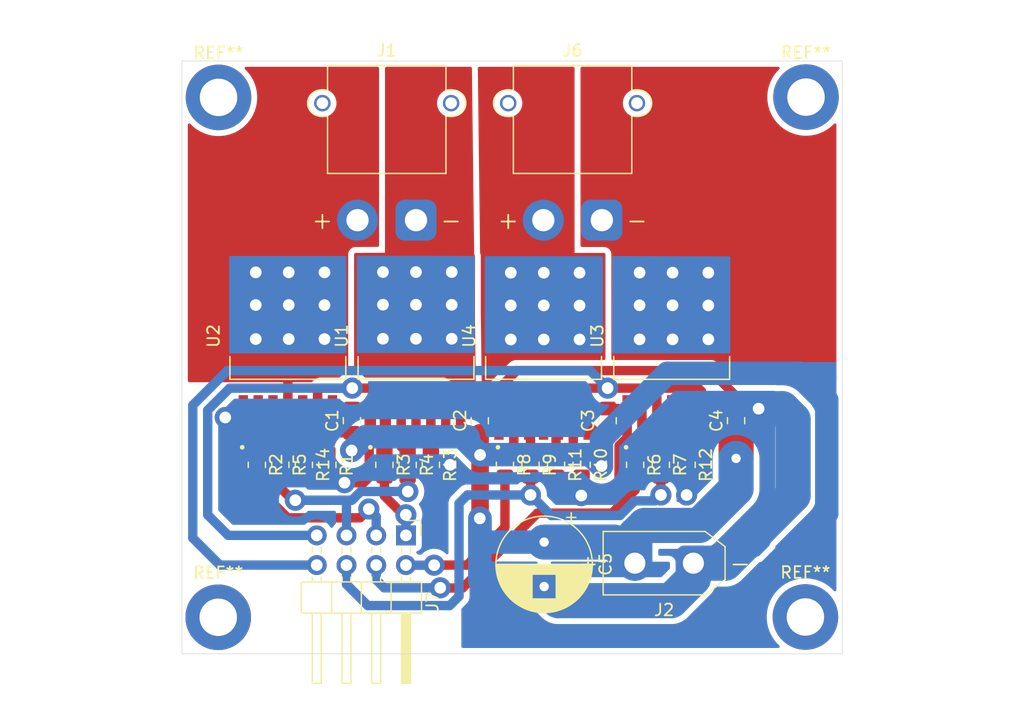
<source format=kicad_pcb>
(kicad_pcb (version 20241229) (generator "pcbnew") (generator_version "9.0")
  (layers (0 "F.Cu" signal) (2 "B.Cu" signal) (13 "F.Paste" user) (15 "B.Paste" user) (5 "F.SilkS" user "F.Silkscreen") (7 "B.SilkS" user "B.Silkscreen") (1 "F.Mask" user) (3 "B.Mask" user) (25 "Edge.Cuts" user))
  (net 0 "")
  (net 1 "+24V")
  (net 2 "GND")
  (net 3 "Net-(J1-Pin_2)")
  (net 4 "Net-(J1-Pin_1)")
  (net 5 "Net-(J6-Pin_2)")
  (net 6 "Net-(J6-Pin_1)")
  (net 7 "ENABLE_1")
  (net 8 "PWM_C")
  (net 9 "IS_2")
  (net 10 "PWM_D")
  (net 11 "PWM_B")
  (net 12 "IS_1")
  (net 13 "ENABLE_2")
  (net 14 "PWM_A")
  (net 15 "Net-(U2-IN)")
  (net 16 "Net-(U1-IN)")
  (net 17 "Net-(U1-INH)")
  (net 18 "Net-(U2-INH)")
  (net 19 "Net-(U3-IN)")
  (net 20 "Net-(U3-INH)")
  (net 21 "Net-(U4-IN)")
  (net 22 "Net-(U4-INH)")
  (net 23 "Net-(U4-SR)")
  (net 24 "Net-(U3-SR)")
  (net 25 "Net-(U1-SR)")
  (net 26 "Net-(U2-SR)")
  (footprint "MountingHole:MountingHole_3.2mm_M3_DIN965_Pad_TopBottom" (layer "F.Cu") (at 161.925 29.325)
    (property "Reference" "REF**" (at 0 -3.8 0) (layer "F.SilkS"))
    (property "Value" "MountingHole_3.2mm_M3_DIN965_Pad_TopBottom")
    (pad "1" thru_hole circle (at 0 0) (size 3.6 3.6) (drill 3.2) (layers "*.Cu" "*.Mask"))
    (pad "1" connect circle (at 0 0) (size 5.6 5.6) (layers "F.Cu" "F.Mask"))
    (pad "1" connect circle (at 0 0) (size 5.6 5.6) (layers "B.Cu" "B.Mask"))
  )
  (footprint "Connector_AMASS:AMASS_XT30UPB-F_1x02_P5.0mm_Vertical" (layer "F.Cu") (at 152.3 69.152651 180)
    (property "Reference" "J2" (at 2.5 -4 0) (layer "F.SilkS"))
    (property "Value" "Alimentacion")
    (fp_text user "-" (at -4 0 0) (layer "F.SilkS") (effects (font (size 1.5 1.5))))
    (fp_text user "+" (at 9 0 0) (layer "F.SilkS") (effects (font (size 1.5 1.5))))
    (pad "1" thru_hole roundrect (at 0 0 180) (size 3 3) (drill 1.8) (layers "*.Cu" "*.Mask") (net 2 "GND"))
    (pad "2" thru_hole circle (at 5 0 180) (size 3 3) (drill 1.8) (layers "*.Cu" "*.Mask") (net 1 "+24V"))
  )
  (footprint "Resistor_SMD:R_0805_2012Metric_Pad1.20x1.40mm_HandSolder" (layer "F.Cu") (at 147.325 60.75 -90)
    (property "Reference" "R6" (at 0 -1.65 90) (layer "F.SilkS"))
    (property "Value" "R_US")
    (pad "1" smd roundrect (at -1 0 270) (size 1.2 1.4) (layers "F.Cu" "F.Mask" "F.Paste") (roundrect_rratio 0.208333) (net 19 "Net-(U3-IN)"))
    (pad "2" smd roundrect (at 1 0 270) (size 1.2 1.4) (layers "F.Cu" "F.Mask" "F.Paste") (roundrect_rratio 0.208333) (net 8 "PWM_C"))
  )
  (footprint "Resistor_SMD:R_0805_2012Metric_Pad1.20x1.40mm_HandSolder" (layer "F.Cu") (at 151.72 60.75 -90)
    (property "Reference" "R12" (at 0 -1.65 90) (layer "F.SilkS"))
    (property "Value" "R_US")
    (pad "1" smd roundrect (at -1 0 270) (size 1.2 1.4) (layers "F.Cu" "F.Mask" "F.Paste") (roundrect_rratio 0.208333) (net 24 "Net-(U3-SR)"))
    (pad "2" smd roundrect (at 1 0 270) (size 1.2 1.4) (layers "F.Cu" "F.Mask" "F.Paste") (roundrect_rratio 0.208333) (net 2 "GND"))
  )
  (footprint "Resistor_SMD:R_0805_2012Metric_Pad1.20x1.40mm_HandSolder" (layer "F.Cu") (at 142.75 60.75 -90)
    (property "Reference" "R10" (at 0 -1.65 90) (layer "F.SilkS"))
    (property "Value" "R_US")
    (pad "1" smd roundrect (at -1 0 270) (size 1.2 1.4) (layers "F.Cu" "F.Mask" "F.Paste") (roundrect_rratio 0.208333) (net 9 "IS_2"))
    (pad "2" smd roundrect (at 1 0 270) (size 1.2 1.4) (layers "F.Cu" "F.Mask" "F.Paste") (roundrect_rratio 0.208333) (net 2 "GND"))
  )
  (footprint "MountingHole:MountingHole_3.2mm_M3_DIN965_Pad_TopBottom" (layer "F.Cu") (at 111.725 29.35)
    (property "Reference" "REF**" (at 0 -3.8 0) (layer "F.SilkS"))
    (property "Value" "MountingHole_3.2mm_M3_DIN965_Pad_TopBottom")
    (pad "1" thru_hole circle (at 0 0) (size 3.6 3.6) (drill 3.2) (layers "*.Cu" "*.Mask"))
    (pad "1" connect circle (at 0 0) (size 5.6 5.6) (layers "F.Cu" "F.Mask"))
    (pad "1" connect circle (at 0 0) (size 5.6 5.6) (layers "B.Cu" "B.Mask"))
  )
  (footprint "Capacitor_THT:CP_Radial_D8.0mm_P3.80mm" (layer "F.Cu") (at 139.55 67.35 -90)
    (property "Reference" "C5" (at 1.9 -5.25 90) (layer "F.SilkS"))
    (property "Value" "330uF")
    (pad "1" thru_hole rect (at 0 0 270) (size 1.6 1.6) (drill 0.8) (layers "*.Cu" "*.Mask") (net 1 "+24V"))
    (pad "2" thru_hole circle (at 3.8 0 270) (size 1.6 1.6) (drill 0.8) (layers "*.Cu" "*.Mask") (net 2 "GND"))
  )
  (footprint "Capacitor_SMD:C_0805_2012Metric_Pad1.18x1.45mm_HandSolder" (layer "F.Cu") (at 123.125 56.975 90)
    (property "Reference" "C1" (at 0 -1.68 90) (layer "F.SilkS"))
    (property "Value" "470nF")
    (pad "1" smd roundrect (at -1.0375 0 90) (size 1.175 1.45) (layers "F.Cu" "F.Mask" "F.Paste") (roundrect_rratio 0.212766) (net 1 "+24V"))
    (pad "2" smd roundrect (at 1.0375 0 90) (size 1.175 1.45) (layers "F.Cu" "F.Mask" "F.Paste") (roundrect_rratio 0.212766) (net 2 "GND"))
  )
  (footprint "Resistor_SMD:R_0805_2012Metric_Pad1.20x1.40mm_HandSolder" (layer "F.Cu") (at 138.383333 60.75 -90)
    (property "Reference" "R9" (at 0 -1.65 90) (layer "F.SilkS"))
    (property "Value" "R_US")
    (pad "1" smd roundrect (at -1 0 270) (size 1.2 1.4) (layers "F.Cu" "F.Mask" "F.Paste") (roundrect_rratio 0.208333) (net 22 "Net-(U4-INH)"))
    (pad "2" smd roundrect (at 1 0 270) (size 1.2 1.4) (layers "F.Cu" "F.Mask" "F.Paste") (roundrect_rratio 0.208333) (net 13 "ENABLE_2"))
  )
  (footprint "Capacitor_SMD:C_0805_2012Metric_Pad1.18x1.45mm_HandSolder" (layer "F.Cu") (at 144.975 56.975 90)
    (property "Reference" "C3" (at 0 -1.68 90) (layer "F.SilkS"))
    (property "Value" "470nF")
    (pad "1" smd roundrect (at -1.0375 0 90) (size 1.175 1.45) (layers "F.Cu" "F.Mask" "F.Paste") (roundrect_rratio 0.212766) (net 1 "+24V"))
    (pad "2" smd roundrect (at 1.0375 0 90) (size 1.175 1.45) (layers "F.Cu" "F.Mask" "F.Paste") (roundrect_rratio 0.212766) (net 2 "GND"))
  )
  (footprint "Resistor_SMD:R_0805_2012Metric_Pad1.20x1.40mm_HandSolder" (layer "F.Cu") (at 149.5225 60.75 -90)
    (property "Reference" "R7" (at 0 -1.65 90) (layer "F.SilkS"))
    (property "Value" "R_US")
    (pad "1" smd roundrect (at -1 0 270) (size 1.2 1.4) (layers "F.Cu" "F.Mask" "F.Paste") (roundrect_rratio 0.208333) (net 20 "Net-(U3-INH)"))
    (pad "2" smd roundrect (at 1 0 270) (size 1.2 1.4) (layers "F.Cu" "F.Mask" "F.Paste") (roundrect_rratio 0.208333) (net 13 "ENABLE_2"))
  )
  (footprint "Capacitor_SMD:C_0805_2012Metric_Pad1.18x1.45mm_HandSolder" (layer "F.Cu") (at 134.05 56.975 90)
    (property "Reference" "C2" (at 0 -1.68 90) (layer "F.SilkS"))
    (property "Value" "470nF")
    (pad "1" smd roundrect (at -1.0375 0 90) (size 1.175 1.45) (layers "F.Cu" "F.Mask" "F.Paste") (roundrect_rratio 0.212766) (net 1 "+24V"))
    (pad "2" smd roundrect (at 1.0375 0 90) (size 1.175 1.45) (layers "F.Cu" "F.Mask" "F.Paste") (roundrect_rratio 0.212766) (net 2 "GND"))
  )
  (footprint "Connector_PinHeader_2.54mm:PinHeader_2x04_P2.54mm_Horizontal" (layer "F.Cu") (at 127.74 66.775 -90)
    (property "Reference" "J7" (at 5.655 -2.27 90) (layer "F.SilkS"))
    (property "Value" "Conn_02x04_Odd_Even")
    (pad "1" thru_hole rect (at 0 0 270) (size 1.7 1.7) (drill 1) (layers "*.Cu" "*.Mask") (net 14 "PWM_A"))
    (pad "2" thru_hole oval (at 2.54 0 270) (size 1.7 1.7) (drill 1) (layers "*.Cu" "*.Mask") (net 10 "PWM_D"))
    (pad "3" thru_hole oval (at 0 2.54 270) (size 1.7 1.7) (drill 1) (layers "*.Cu" "*.Mask") (net 11 "PWM_B"))
    (pad "4" thru_hole oval (at 2.54 2.54 270) (size 1.7 1.7) (drill 1) (layers "*.Cu" "*.Mask") (net 8 "PWM_C"))
    (pad "5" thru_hole oval (at 0 5.08 270) (size 1.7 1.7) (drill 1) (layers "*.Cu" "*.Mask") (net 7 "ENABLE_1"))
    (pad "6" thru_hole oval (at 2.54 5.08 270) (size 1.7 1.7) (drill 1) (layers "*.Cu" "*.Mask") (net 13 "ENABLE_2"))
    (pad "7" thru_hole oval (at 0 7.62 270) (size 1.7 1.7) (drill 1) (layers "*.Cu" "*.Mask") (net 12 "IS_1"))
    (pad "8" thru_hole oval (at 2.54 7.62 270) (size 1.7 1.7) (drill 1) (layers "*.Cu" "*.Mask") (net 9 "IS_2"))
  )
  (footprint "Resistor_SMD:R_0805_2012Metric_Pad1.20x1.40mm_HandSolder" (layer "F.Cu") (at 140.566667 60.75 -90)
    (property "Reference" "R11" (at 0 -1.65 90) (layer "F.SilkS"))
    (property "Value" "R_US")
    (pad "1" smd roundrect (at -1 0 270) (size 1.2 1.4) (layers "F.Cu" "F.Mask" "F.Paste") (roundrect_rratio 0.208333) (net 23 "Net-(U4-SR)"))
    (pad "2" smd roundrect (at 1 0 270) (size 1.2 1.4) (layers "F.Cu" "F.Mask" "F.Paste") (roundrect_rratio 0.208333) (net 2 "GND"))
  )
  (footprint "Electronianos_Lib:BTS7960B_DPAK127P1490X440-8N" (layer "F.Cu") (at 128.6 50.75 90)
    (property "Reference" "U1" (at 1.016 -6.35 90) (layer "F.SilkS"))
    (property "Value" "BTS7960B")
    (pad "1" smd rect (at -5.95 -3.81 90) (size 3.81 0.8) (layers "F.Cu" "F.Mask" "F.Paste") (net 2 "GND"))
    (pad "2" smd rect (at -5.95 -2.54 90) (size 3.81 0.8) (layers "F.Cu" "F.Mask" "F.Paste") (net 16 "Net-(U1-IN)"))
    (pad "3" smd rect (at -5.95 -1.27 90) (size 3.81 0.8) (layers "F.Cu" "F.Mask" "F.Paste") (net 17 "Net-(U1-INH)"))
    (pad "4" smd rect (at -5.95 0 90) (size 3.81 0.8) (layers "F.Cu" "F.Mask" "F.Paste") (net 4 "Net-(J1-Pin_1)"))
    (pad "5" smd rect (at -5.95 1.27 90) (size 3.81 0.8) (layers "F.Cu" "F.Mask" "F.Paste") (net 25 "Net-(U1-SR)"))
    (pad "6" smd rect (at -5.95 2.54 90) (size 3.81 0.8) (layers "F.Cu" "F.Mask" "F.Paste") (net 12 "IS_1"))
    (pad "7" smd rect (at -5.95 3.81 90) (size 3.81 0.8) (layers "F.Cu" "F.Mask" "F.Paste") (net 1 "+24V"))
    (pad "8" smd rect (at 3.71 0 90) (size 8.29 10.07) (layers "F.Cu" "F.Mask") (net 4 "Net-(J1-Pin_1)"))
  )
  (footprint "Connector_AMASS:AMASS_XT30PW-M_1x02_P2.50mm_Horizontal" (layer "F.Cu") (at 144.480031 39.839745)
    (property "Reference" "J6" (at -2.5 -14.5 0) (layer "F.SilkS"))
    (property "Value" "Motor_2")
    (fp_text user "+" (at -8 0 0) (layer "F.SilkS") (effects (font (size 1.5 1.5))))
    (fp_text user "-" (at 3 0 0) (layer "F.SilkS") (effects (font (size 1.5 1.5))))
    (pad "" thru_hole circle (at -8 -10) (size 1.4 1.4) (drill 1) (layers "*.Cu" "*.Mask"))
    (pad "" thru_hole circle (at 3 -10) (size 1.4 1.4) (drill 1) (layers "*.Cu" "*.Mask"))
    (pad "1" thru_hole roundrect (at 0 0) (size 3.5 3.5) (drill 1.9) (layers "*.Cu" "*.Mask") (roundrect_rratio 0.22) (net 6 "Net-(J6-Pin_1)"))
    (pad "2" thru_hole circle (at -5 0) (size 3.5 3.5) (drill 1.9) (layers "*.Cu" "*.Mask") (net 5 "Net-(J6-Pin_2)"))
  )
  (footprint "Resistor_SMD:R_0805_2012Metric_Pad1.20x1.40mm_HandSolder" (layer "F.Cu") (at 127.885 60.75 -90)
    (property "Reference" "R4" (at 0 -1.65 90) (layer "F.SilkS"))
    (property "Value" "R_US")
    (pad "1" smd roundrect (at -1 0 270) (size 1.2 1.4) (layers "F.Cu" "F.Mask" "F.Paste") (roundrect_rratio 0.208333) (net 17 "Net-(U1-INH)"))
    (pad "2" smd roundrect (at 1 0 270) (size 1.2 1.4) (layers "F.Cu" "F.Mask" "F.Paste") (roundrect_rratio 0.208333) (net 7 "ENABLE_1"))
  )
  (footprint "Electronianos_Lib:BTS7960B_DPAK127P1490X440-8N" (layer "F.Cu") (at 117.65 50.75 90)
    (property "Reference" "U2" (at 1.016 -6.35 90) (layer "F.SilkS"))
    (property "Value" "BTS7960B")
    (pad "1" smd rect (at -5.95 -3.81 90) (size 3.81 0.8) (layers "F.Cu" "F.Mask" "F.Paste") (net 2 "GND"))
    (pad "2" smd rect (at -5.95 -2.54 90) (size 3.81 0.8) (layers "F.Cu" "F.Mask" "F.Paste") (net 15 "Net-(U2-IN)"))
    (pad "3" smd rect (at -5.95 -1.27 90) (size 3.81 0.8) (layers "F.Cu" "F.Mask" "F.Paste") (net 18 "Net-(U2-INH)"))
    (pad "4" smd rect (at -5.95 0 90) (size 3.81 0.8) (layers "F.Cu" "F.Mask" "F.Paste") (net 3 "Net-(J1-Pin_2)"))
    (pad "5" smd rect (at -5.95 1.27 90) (size 3.81 0.8) (layers "F.Cu" "F.Mask" "F.Paste") (net 26 "Net-(U2-SR)"))
    (pad "6" smd rect (at -5.95 2.54 90) (size 3.81 0.8) (layers "F.Cu" "F.Mask" "F.Paste") (net 12 "IS_1"))
    (pad "7" smd rect (at -5.95 3.81 90) (size 3.81 0.8) (layers "F.Cu" "F.Mask" "F.Paste") (net 1 "+24V"))
    (pad "8" smd rect (at 3.71 0 90) (size 8.29 10.07) (layers "F.Cu" "F.Mask") (net 3 "Net-(J1-Pin_2)"))
  )
  (footprint "Electronianos_Lib:BTS7960B_DPAK127P1490X440-8N" (layer "F.Cu") (at 139.5 50.75 90)
    (property "Reference" "U4" (at 1.016 -6.35 90) (layer "F.SilkS"))
    (property "Value" "BTS7960B")
    (pad "1" smd rect (at -5.95 -3.81 90) (size 3.81 0.8) (layers "F.Cu" "F.Mask" "F.Paste") (net 2 "GND"))
    (pad "2" smd rect (at -5.95 -2.54 90) (size 3.81 0.8) (layers "F.Cu" "F.Mask" "F.Paste") (net 21 "Net-(U4-IN)"))
    (pad "3" smd rect (at -5.95 -1.27 90) (size 3.81 0.8) (layers "F.Cu" "F.Mask" "F.Paste") (net 22 "Net-(U4-INH)"))
    (pad "4" smd rect (at -5.95 0 90) (size 3.81 0.8) (layers "F.Cu" "F.Mask" "F.Paste") (net 5 "Net-(J6-Pin_2)"))
    (pad "5" smd rect (at -5.95 1.27 90) (size 3.81 0.8) (layers "F.Cu" "F.Mask" "F.Paste") (net 23 "Net-(U4-SR)"))
    (pad "6" smd rect (at -5.95 2.54 90) (size 3.81 0.8) (layers "F.Cu" "F.Mask" "F.Paste") (net 9 "IS_2"))
    (pad "7" smd rect (at -5.95 3.81 90) (size 3.81 0.8) (layers "F.Cu" "F.Mask" "F.Paste") (net 1 "+24V"))
    (pad "8" smd rect (at 3.71 0 90) (size 8.29 10.07) (layers "F.Cu" "F.Mask") (net 5 "Net-(J6-Pin_2)"))
  )
  (footprint "Connector_AMASS:AMASS_XT30PW-M_1x02_P2.50mm_Horizontal" (layer "F.Cu") (at 128.6 39.839745)
    (property "Reference" "J1" (at -2.5 -14.5 0) (layer "F.SilkS"))
    (property "Value" "Motor_1")
    (fp_text user "+" (at -8 0 0) (layer "F.SilkS") (effects (font (size 1.5 1.5))))
    (fp_text user "-" (at 3 0 0) (layer "F.SilkS") (effects (font (size 1.5 1.5))))
    (pad "" thru_hole circle (at -8 -10) (size 1.4 1.4) (drill 1) (layers "*.Cu" "*.Mask"))
    (pad "" thru_hole circle (at 3 -10) (size 1.4 1.4) (drill 1) (layers "*.Cu" "*.Mask"))
    (pad "1" thru_hole roundrect (at 0 0) (size 3.5 3.5) (drill 1.9) (layers "*.Cu" "*.Mask") (roundrect_rratio 0.22) (net 4 "Net-(J1-Pin_1)"))
    (pad "2" thru_hole circle (at -5 0) (size 3.5 3.5) (drill 1.9) (layers "*.Cu" "*.Mask") (net 3 "Net-(J1-Pin_2)"))
  )
  (footprint "Electronianos_Lib:BTS7960B_DPAK127P1490X440-8N" (layer "F.Cu") (at 150.45 50.75 90)
    (property "Reference" "U3" (at 1.016 -6.35 90) (layer "F.SilkS"))
    (property "Value" "BTS7960B")
    (pad "1" smd rect (at -5.95 -3.81 90) (size 3.81 0.8) (layers "F.Cu" "F.Mask" "F.Paste") (net 2 "GND"))
    (pad "2" smd rect (at -5.95 -2.54 90) (size 3.81 0.8) (layers "F.Cu" "F.Mask" "F.Paste") (net 19 "Net-(U3-IN)"))
    (pad "3" smd rect (at -5.95 -1.27 90) (size 3.81 0.8) (layers "F.Cu" "F.Mask" "F.Paste") (net 20 "Net-(U3-INH)"))
    (pad "4" smd rect (at -5.95 0 90) (size 3.81 0.8) (layers "F.Cu" "F.Mask" "F.Paste") (net 6 "Net-(J6-Pin_1)"))
    (pad "5" smd rect (at -5.95 1.27 90) (size 3.81 0.8) (layers "F.Cu" "F.Mask" "F.Paste") (net 24 "Net-(U3-SR)"))
    (pad "6" smd rect (at -5.95 2.54 90) (size 3.81 0.8) (layers "F.Cu" "F.Mask" "F.Paste") (net 9 "IS_2"))
    (pad "7" smd rect (at -5.95 3.81 90) (size 3.81 0.8) (layers "F.Cu" "F.Mask" "F.Paste") (net 1 "+24V"))
    (pad "8" smd rect (at 3.71 0 90) (size 8.29 10.07) (layers "F.Cu" "F.Mask") (net 6 "Net-(J6-Pin_1)"))
  )
  (footprint "Capacitor_SMD:C_0805_2012Metric_Pad1.18x1.45mm_HandSolder" (layer "F.Cu") (at 155.95 56.975 90)
    (property "Reference" "C4" (at 0 -1.68 90) (layer "F.SilkS"))
    (property "Value" "470nF")
    (pad "1" smd roundrect (at -1.0375 0 90) (size 1.175 1.45) (layers "F.Cu" "F.Mask" "F.Paste") (roundrect_rratio 0.212766) (net 1 "+24V"))
    (pad "2" smd roundrect (at 1.0375 0 90) (size 1.175 1.45) (layers "F.Cu" "F.Mask" "F.Paste") (roundrect_rratio 0.212766) (net 2 "GND"))
  )
  (footprint "Resistor_SMD:R_0805_2012Metric_Pad1.20x1.40mm_HandSolder" (layer "F.Cu") (at 121.025 60.75 -90)
    (property "Reference" "R1" (at 0 -1.65 90) (layer "F.SilkS"))
    (property "Value" "R_US")
    (pad "1" smd roundrect (at -1 0 270) (size 1.2 1.4) (layers "F.Cu" "F.Mask" "F.Paste") (roundrect_rratio 0.208333) (net 12 "IS_1"))
    (pad "2" smd roundrect (at 1 0 270) (size 1.2 1.4) (layers "F.Cu" "F.Mask" "F.Paste") (roundrect_rratio 0.208333) (net 2 "GND"))
  )
  (footprint "Resistor_SMD:R_0805_2012Metric_Pad1.20x1.40mm_HandSolder" (layer "F.Cu") (at 115 60.75 -90)
    (property "Reference" "R2" (at 0 -1.65 90) (layer "F.SilkS"))
    (property "Value" "R_US")
    (pad "1" smd roundrect (at -1 0 270) (size 1.2 1.4) (layers "F.Cu" "F.Mask" "F.Paste") (roundrect_rratio 0.208333) (net 15 "Net-(U2-IN)"))
    (pad "2" smd roundrect (at 1 0 270) (size 1.2 1.4) (layers "F.Cu" "F.Mask" "F.Paste") (roundrect_rratio 0.208333) (net 11 "PWM_B"))
  )
  (footprint "MountingHole:MountingHole_3.2mm_M3_DIN965_Pad_TopBottom" (layer "F.Cu") (at 111.7 73.775)
    (property "Reference" "REF**" (at 0 -3.8 0) (layer "F.SilkS"))
    (property "Value" "MountingHole_3.2mm_M3_DIN965_Pad_TopBottom")
    (pad "1" thru_hole circle (at 0 0) (size 3.6 3.6) (drill 3.2) (layers "*.Cu" "*.Mask"))
    (pad "1" connect circle (at 0 0) (size 5.6 5.6) (layers "F.Cu" "F.Mask"))
    (pad "1" connect circle (at 0 0) (size 5.6 5.6) (layers "B.Cu" "B.Mask"))
  )
  (footprint "Resistor_SMD:R_0805_2012Metric_Pad1.20x1.40mm_HandSolder" (layer "F.Cu") (at 125.9 60.75 -90)
    (property "Reference" "R3" (at 0 -1.65 90) (layer "F.SilkS"))
    (property "Value" "R_US")
    (pad "1" smd roundrect (at -1 0 270) (size 1.2 1.4) (layers "F.Cu" "F.Mask" "F.Paste") (roundrect_rratio 0.208333) (net 16 "Net-(U1-IN)"))
    (pad "2" smd roundrect (at 1 0 270) (size 1.2 1.4) (layers "F.Cu" "F.Mask" "F.Paste") (roundrect_rratio 0.208333) (net 14 "PWM_A"))
  )
  (footprint "Resistor_SMD:R_0805_2012Metric_Pad1.20x1.40mm_HandSolder" (layer "F.Cu") (at 119.016667 60.75 -90)
    (property "Reference" "R14" (at 0 -1.65 90) (layer "F.SilkS"))
    (property "Value" "R_US")
    (pad "1" smd roundrect (at -1 0 270) (size 1.2 1.4) (layers "F.Cu" "F.Mask" "F.Paste") (roundrect_rratio 0.208333) (net 26 "Net-(U2-SR)"))
    (pad "2" smd roundrect (at 1 0 270) (size 1.2 1.4) (layers "F.Cu" "F.Mask" "F.Paste") (roundrect_rratio 0.208333) (net 2 "GND"))
  )
  (footprint "Resistor_SMD:R_0805_2012Metric_Pad1.20x1.40mm_HandSolder" (layer "F.Cu") (at 129.87 60.75 -90)
    (property "Reference" "R13" (at 0 -1.65 90) (layer "F.SilkS"))
    (property "Value" "R_US")
    (pad "1" smd roundrect (at -1 0 270) (size 1.2 1.4) (layers "F.Cu" "F.Mask" "F.Paste") (roundrect_rratio 0.208333) (net 25 "Net-(U1-SR)"))
    (pad "2" smd roundrect (at 1 0 270) (size 1.2 1.4) (layers "F.Cu" "F.Mask" "F.Paste") (roundrect_rratio 0.208333) (net 2 "GND"))
  )
  (footprint "Resistor_SMD:R_0805_2012Metric_Pad1.20x1.40mm_HandSolder" (layer "F.Cu") (at 136.2 60.75 -90)
    (property "Reference" "R8" (at 0 -1.65 90) (layer "F.SilkS"))
    (property "Value" "R_US")
    (pad "1" smd roundrect (at -1 0 270) (size 1.2 1.4) (layers "F.Cu" "F.Mask" "F.Paste") (roundrect_rratio 0.208333) (net 21 "Net-(U4-IN)"))
    (pad "2" smd roundrect (at 1 0 270) (size 1.2 1.4) (layers "F.Cu" "F.Mask" "F.Paste") (roundrect_rratio 0.208333) (net 10 "PWM_D"))
  )
  (footprint "Resistor_SMD:R_0805_2012Metric_Pad1.20x1.40mm_HandSolder" (layer "F.Cu") (at 117.008333 60.75 -90)
    (property "Reference" "R5" (at 0 -1.65 90) (layer "F.SilkS"))
    (property "Value" "R_US")
    (pad "1" smd roundrect (at -1 0 270) (size 1.2 1.4) (layers "F.Cu" "F.Mask" "F.Paste") (roundrect_rratio 0.208333) (net 18 "Net-(U2-INH)"))
    (pad "2" smd roundrect (at 1 0 270) (size 1.2 1.4) (layers "F.Cu" "F.Mask" "F.Paste") (roundrect_rratio 0.208333) (net 7 "ENABLE_1"))
  )
  (footprint "MountingHole:MountingHole_3.2mm_M3_DIN965_Pad_TopBottom" (layer "F.Cu") (at 161.875 73.75)
    (property "Reference" "REF**" (at 0 -3.8 0) (layer "F.SilkS"))
    (property "Value" "MountingHole_3.2mm_M3_DIN965_Pad_TopBottom")
    (pad "1" thru_hole circle (at 0 0) (size 3.6 3.6) (drill 3.2) (layers "*.Cu" "*.Mask"))
    (pad "1" connect circle (at 0 0) (size 5.6 5.6) (layers "F.Cu" "F.Mask"))
    (pad "1" connect circle (at 0 0) (size 5.6 5.6) (layers "B.Cu" "B.Mask"))
  )
  (gr_rect (start 108.6 26.235254) (end 165.025 76.9) (stroke (width 0.05)) (fill no) (layer "Edge.Cuts"))
  (segment (start 123.125 59.499) (end 123.125 58.0125) (width 0.8) (layer "F.Cu") (net 1))
  (segment (start 123.099 59.525) (end 123.125 59.499) (width 0.8) (layer "F.Cu") (net 1))
  (segment (start 133.1125 58.0125) (end 132.41 57.31) (width 0.8) (layer "F.Cu") (net 1))
  (segment (start 134.075 58.0375) (end 134.05 58.0125) (width 1.5) (layer "F.Cu") (net 1))
  (segment (start 154.26 57.41) (end 154.26 56.7) (width 0.8) (layer "F.Cu") (net 1))
  (segment (start 143.9875 58.0125) (end 143.31 57.335) (width 0.8) (layer "F.Cu") (net 1))
  (segment (start 132.41 57.31) (end 132.41 56.7) (width 0.8) (layer "F.Cu") (net 1))
  (segment (start 154.8625 58.0125) (end 154.26 57.41) (width 0.8) (layer "F.Cu") (net 1))
  (segment (start 134.075 59.9) (end 134.075 58.0375) (width 1.5) (layer "F.Cu") (net 1))
  (segment (start 134.05 58.0125) (end 133.1125 58.0125) (width 0.8) (layer "F.Cu") (net 1))
  (segment (start 122.1625 58.0125) (end 121.46 57.31) (width 0.8) (layer "F.Cu") (net 1))
  (segment (start 134.075 65.325) (end 134.075 59.9) (width 1.5) (layer "F.Cu") (net 1))
  (segment (start 123.125 58.0125) (end 122.1625 58.0125) (width 0.8) (layer "F.Cu") (net 1))
  (segment (start 144.975 58.0125) (end 144.45 58.5375) (width 0.8) (layer "F.Cu") (net 1))
  (segment (start 121.46 57.31) (end 121.46 56.7) (width 0.8) (layer "F.Cu") (net 1))
  (segment (start 143.31 57.335) (end 143.31 56.7) (width 0.8) (layer "F.Cu") (net 1))
  (segment (start 144.975 58.0125) (end 143.9875 58.0125) (width 0.8) (layer "F.Cu") (net 1))
  (segment (start 144.45 58.5375) (end 144.45 60.85) (width 0.8) (layer "F.Cu") (net 1))
  (segment (start 155.95 60.2) (end 155.95 58.226) (width 3) (layer "F.Cu") (net 1))
  (segment (start 155.95 58.0125) (end 154.8625 58.0125) (width 0.8) (layer "F.Cu") (net 1))
  (via (at 155.95 60.2) (size 1.8) (drill 0.8) (layers "F.Cu" "B.Cu") (net 1))
  (via (at 134.075 59.9) (size 1.8) (drill 1) (layers "F.Cu" "B.Cu") (net 1))
  (via (at 123.099 59.525) (size 1.8) (drill 1) (layers "F.Cu" "B.Cu") (net 1))
  (via (at 144.45 60.85) (size 1.8) (drill 1) (layers "F.Cu" "B.Cu") (net 1))
  (via (at 134.05 65.325) (size 1.8) (drill 1) (layers "F.Cu" "B.Cu") (net 1))
  (segment (start 155.95 62.77837) (end 155.95 60.2) (width 3) (layer "B.Cu") (net 1))
  (segment (start 134.075 67.325) (end 134.1 67.35) (width 2) (layer "B.Cu") (net 1))
  (segment (start 147.3 66.775) (end 148.149 65.926) (width 3) (layer "B.Cu") (net 1))
  (segment (start 139.55 67.35) (end 145.497349 67.35) (width 3) (layer "B.Cu") (net 1))
  (segment (start 134.05 70.625) (end 134.05 65.325) (width 2) (layer "B.Cu") (net 1))
  (segment (start 124.274 58.35) (end 133.05 58.35) (width 2) (layer "B.Cu") (net 1))
  (segment (start 148.149 65.926) (end 152.80237 65.926) (width 3) (layer "B.Cu") (net 1))
  (segment (start 144.45 60.85) (end 144.45 58.55) (width 2) (layer "B.Cu") (net 1))
  (segment (start 138.8 75.375) (end 134.05 70.625) (width 2) (layer "B.Cu") (net 1))
  (segment (start 133.05 58.35) (end 132.7875 58.6125) (width 2) (layer "B.Cu") (net 1))
  (segment (start 134.1 59.875) (end 134.075 59.9) (width 2) (layer "B.Cu") (net 1))
  (segment (start 144.45 60.85) (end 143.475 59.875) (width 2) (layer "B.Cu") (net 1))
  (segment (start 134.1 67.35) (end 139.55 67.35) (width 2) (layer "B.Cu") (net 1))
  (segment (start 163.7 55.225) (end 163.7 64.875) (width 2) (layer "B.Cu") (net 1))
  (segment (start 123.099 59.525) (end 124.274 58.35) (width 2) (layer "B.Cu") (net 1))
  (segment (start 152.80237 65.926) (end 155.95 62.77837) (width 3) (layer "B.Cu") (net 1))
  (segment (start 143.475 59.875) (end 134.1 59.875) (width 2) (layer "B.Cu") (net 1))
  (segment (start 147.3 69.152651) (end 147.3 66.775) (width 3) (layer "B.Cu") (net 1))
  (segment (start 134.075 65.325) (end 134.075 67.325) (width 2) (layer "B.Cu") (net 1))
  (segment (start 132.7875 58.6125) (end 134.075 59.9) (width 2) (layer "B.Cu") (net 1))
  (segment (start 153.2 75.375) (end 138.8 75.375) (width 2) (layer "B.Cu") (net 1))
  (segment (start 161.4 52.925) (end 163.7 55.225) (width 2) (layer "B.Cu") (net 1))
  (segment (start 163.7 64.875) (end 153.2 75.375) (width 2) (layer "B.Cu") (net 1))
  (segment (start 145.497349 67.35) (end 147.3 69.152651) (width 3) (layer "B.Cu") (net 1))
  (segment (start 150.075 52.925) (end 161.4 52.925) (width 2) (layer "B.Cu") (net 1))
  (segment (start 144.45 58.55) (end 150.075 52.925) (width 2) (layer "B.Cu") (net 1))
  (segment (start 146.64 58.424576) (end 146.64 56.7) (width 0.8) (layer "F.Cu") (net 2))
  (segment (start 142.725 63.375) (end 142.725 61.825) (width 0.8) (layer "F.Cu") (net 2))
  (segment (start 112.3 56.7) (end 113.84 56.7) (width 0.8) (layer "F.Cu") (net 2))
  (segment (start 119.016667 61.75) (end 121.025 61.75) (width 0.8) (layer "F.Cu") (net 2))
  (segment (start 137.207 52.693) (end 153.76 52.693) (width 0.8) (layer "F.Cu") (net 2))
  (segment (start 124.0275 55.9375) (end 124.79 56.7) (width 0.8) (layer "F.Cu") (net 2))
  (segment (start 134.05 55.9375) (end 134.9275 55.9375) (width 0.8) (layer "F.Cu") (net 2))
  (segment (start 144.975 55.9375) (end 145.8775 55.9375) (width 0.8) (layer "F.Cu") (net 2))
  (segment (start 122.375 61.75) (end 121.025 61.75) (width 0.8) (layer "F.Cu") (net 2))
  (segment (start 155.95 54.883) (end 155.95 55.9375) (width 0.8) (layer "F.Cu") (net 2))
  (segment (start 135.69 54.21) (end 137.207 52.693) (width 0.8) (layer "F.Cu") (net 2))
  (segment (start 145.95 62.7) (end 145.95 59.114576) (width 0.8) (layer "F.Cu") (net 2))
  (segment (start 145.8775 55.9375) (end 146.64 56.7) (width 0.8) (layer "F.Cu") (net 2))
  (segment (start 122.487468 62.275) (end 122.487468 61.862468) (width 0.8) (layer "F.Cu") (net 2))
  (segment (start 145.275 63.375) (end 145.95 62.7) (width 0.8) (layer "F.Cu") (net 2))
  (segment (start 142.725 63.375) (end 143.325 63.375) (width 0.8) (layer "F.Cu") (net 2))
  (segment (start 151.72 63.32) (end 151.725 63.325) (width 0.8) (layer "F.Cu") (net 2))
  (segment (start 123.125 55.9375) (end 124.0275 55.9375) (width 0.8) (layer "F.Cu") (net 2))
  (segment (start 131.509195 61.540805) (end 131.509195 60.745685) (width 0.8) (layer "F.Cu") (net 2))
  (segment (start 124.125 62.275) (end 124.599 61.801) (width 0.8) (layer "F.Cu") (net 2))
  (segment (start 124.599 56.891) (end 124.79 56.7) (width 0.8) (layer "F.Cu") (net 2))
  (segment (start 145.95 59.114576) (end 146.64 58.424576) (width 0.8) (layer "F.Cu") (net 2))
  (segment (start 131.3 61.75) (end 129.87 61.75) (width 0.8) (layer "F.Cu") (net 2))
  (segment (start 153.76 52.693) (end 155.95 54.883) (width 0.8) (layer "F.Cu") (net 2))
  (segment (start 131.3 61.75) (end 131.509195 61.540805) (width 0.8) (layer "F.Cu") (net 2))
  (segment (start 122.487468 61.862468) (end 122.375 61.75) (width 0.8) (layer "F.Cu") (net 2))
  (segment (start 155.95 55.9375) (end 157.8625 55.9375) (width 0.8) (layer "F.Cu") (net 2))
  (segment (start 142.725 63.375) (end 145.275 63.375) (width 0.8) (layer "F.Cu") (net 2))
  (segment (start 151.72 61.75) (end 151.72 63.32) (width 0.8) (layer "F.Cu") (net 2))
  (segment (start 157.8625 55.9375) (end 157.875 55.95) (width 0.8) (layer "F.Cu") (net 2))
  (segment (start 124.599 61.801) (end 124.599 56.891) (width 0.8) (layer "F.Cu") (net 2))
  (segment (start 140.566667 61.75) (end 142.75 61.75) (width 0.8) (layer "F.Cu") (net 2))
  (segment (start 134.9275 55.9375) (end 135.69 56.7) (width 0.8) (layer "F.Cu") (net 2))
  (segment (start 122.487468 62.275) (end 124.125 62.275) (width 0.8) (layer "F.Cu") (net 2))
  (segment (start 135.69 56.7) (end 135.69 54.21) (width 0.8) (layer "F.Cu") (net 2))
  (via (at 112.3 56.7) (size 1.8) (drill 1) (layers "F.Cu" "B.Cu") (net 2))
  (via (at 157.875 55.95) (size 1.8) (drill 1) (layers "F.Cu" "B.Cu") (net 2))
  (via (at 122.487468 62.275) (size 1.8) (drill 1) (layers "F.Cu" "B.Cu") (net 2))
  (via (at 142.725 63.375) (size 1.8) (drill 1) (layers "F.Cu" "B.Cu") (net 2))
  (via (at 151.725 63.325) (size 1.8) (drill 1) (layers "F.Cu" "B.Cu") (net 2))
  (via (at 131.509195 60.745685) (size 1.8) (drill 1) (layers "F.Cu" "B.Cu") (net 2))
  (segment (start 123.237468 61.525) (end 127.277265 61.525) (width 0.8) (layer "B.Cu") (net 2))
  (segment (start 140.753651 72.353651) (end 150.396349 72.353651) (width 3) (layer "B.Cu") (net 2))
  (segment (start 141.025 63.375) (end 142.725 63.375) (width 0.8) (layer "B.Cu") (net 2))
  (segment (start 151.625 61.825) (end 151.725 61.925) (width 0.8) (layer "B.Cu") (net 2))
  (segment (start 139.475 61.825) (end 141.025 63.375) (width 0.8) (layer "B.Cu") (net 2))
  (segment (start 152.3 70.45) (end 152.3 69.152651) (width 3) (layer "B.Cu") (net 2))
  (segment (start 155.022349 69.152651) (end 160.825 63.35) (width 3) (layer "B.Cu") (net 2))
  (segment (start 127.277265 61.525) (end 127.278265 61.524) (width 0.8) (layer "B.Cu") (net 2))
  (segment (start 153.1 55.95) (end 151.725 57.325) (width 0.8) (layer "B.Cu") (net 2))
  (segment (start 115.375 62.275) (end 112.3 59.2) (width 0.8) (layer "B.Cu") (net 2))
  (segment (start 112.3 59.2) (end 112.3 56.7) (width 0.8) (layer "B.Cu") (net 2))
  (segment (start 131.509195 61.524) (end 131.509195 60.745685) (width 0.8) (layer "B.Cu") (net 2))
  (segment (start 151.725 61.925) (end 151.725 63.325) (width 0.8) (layer "B.Cu") (net 2))
  (segment (start 131.509195 61.524) (end 131.810195 61.825) (width 0.8) (layer "B.Cu") (net 2))
  (segment (start 151.725 57.325) (end 151.725 63.325) (width 0.8) (layer "B.Cu") (net 2))
  (segment (start 152.3 69.152651) (end 155.022349 69.152651) (width 3) (layer "B.Cu") (net 2))
  (segment (start 145.65 63.375) (end 147.2 61.825) (width 0.8) (layer "B.Cu") (net 2))
  (segment (start 122.487468 62.275) (end 123.237468 61.525) (width 0.8) (layer "B.Cu") (net 2))
  (segment (start 147.2 61.825) (end 151.625 61.825) (width 0.8) (layer "B.Cu") (net 2))
  (segment (start 160.825 56.875) (end 159.9 55.95) (width 3) (layer "B.Cu") (net 2))
  (segment (start 150.396349 72.353651) (end 152.3 70.45) (width 3) (layer "B.Cu") (net 2))
  (segment (start 160.825 63.35) (end 160.825 56.875) (width 3) (layer "B.Cu") (net 2))
  (segment (start 139.55 71.15) (end 140.753651 72.353651) (width 3) (layer "B.Cu") (net 2))
  (segment (start 142.725 63.375) (end 145.65 63.375) (width 0.8) (layer "B.Cu") (net 2))
  (segment (start 122.487468 62.275) (end 115.375 62.275) (width 0.8) (layer "B.Cu") (net 2))
  (segment (start 127.278265 61.524) (end 131.509195 61.524) (width 0.8) (layer "B.Cu") (net 2))
  (segment (start 159.9 55.95) (end 157.875 55.95) (width 3) (layer "B.Cu") (net 2))
  (segment (start 131.810195 61.825) (end 139.475 61.825) (width 0.8) (layer "B.Cu") (net 2))
  (segment (start 157.875 55.95) (end 153.1 55.95) (width 0.8) (layer "B.Cu") (net 2))
  (segment (start 118.875 39.8) (end 123.6 39.8) (width 3) (layer "F.Cu") (net 3))
  (segment (start 117.65 56.7) (end 117.65 47.04) (width 0.8) (layer "F.Cu") (net 3))
  (segment (start 117.65 47.04) (end 117.65 41.025) (width 3) (layer "F.Cu") (net 3))
  (segment (start 117.65 41.025) (end 118.875 39.8) (width 3) (layer "F.Cu") (net 3))
  (via (at 114.905 44.3) (size 1.8) (drill 1) (layers "F.Cu" "B.Cu") (net 3))
  (via (at 120.78 50) (size 1.8) (drill 1) (layers "F.Cu" "B.Cu") (net 3))
  (via (at 117.725 50) (size 1.8) (drill 1) (layers "F.Cu" "B.Cu") (net 3))
  (via (at 114.905 50) (size 1.8) (drill 1) (layers "F.Cu" "B.Cu") (net 3))
  (via (at 114.905 47.09) (size 1.8) (drill 1) (layers "F.Cu" "B.Cu") (net 3))
  (via (at 120.78 47.1) (size 1.8) (drill 1) (layers "F.Cu" "B.Cu") (net 3))
  (via (at 117.725 47.09) (size 1.8) (drill 1) (layers "F.Cu" "B.Cu") (net 3))
  (via (at 117.725 44.3) (size 1.8) (drill 1) (layers "F.Cu" "B.Cu") (net 3))
  (via (at 120.78 44.3) (size 1.8) (drill 1) (layers "F.Cu" "B.Cu") (net 3))
  (segment (start 128.6 47.04) (end 128.6 39.8) (width 3) (layer "F.Cu") (net 4))
  (via (at 128.595 44.275) (size 1.8) (drill 1) (layers "F.Cu" "B.Cu") (net 4))
  (via (at 125.775 47.065) (size 1.8) (drill 1) (layers "F.Cu" "B.Cu") (net 4))
  (via (at 131.65 47.075) (size 1.8) (drill 1) (layers "F.Cu" "B.Cu") (net 4))
  (via (at 131.65 49.975) (size 1.8) (drill 1) (layers "F.Cu" "B.Cu") (net 4))
  (via (at 128.595 49.975) (size 1.8) (drill 1) (layers "F.Cu" "B.Cu") (net 4))
  (via (at 131.65 44.275) (size 1.8) (drill 1) (layers "F.Cu" "B.Cu") (net 4))
  (via (at 125.775 44.275) (size 1.8) (drill 1) (layers "F.Cu" "B.Cu") (net 4))
  (via (at 128.595 47.065) (size 1.8) (drill 1) (layers "F.Cu" "B.Cu") (net 4))
  (via (at 125.775 49.975) (size 1.8) (drill 1) (layers "F.Cu" "B.Cu") (net 4))
  (segment (start 139.480031 47.020031) (end 139.480031 39.839745) (width 3) (layer "F.Cu") (net 5))
  (segment (start 139.5 47.04) (end 139.480031 47.020031) (width 3) (layer "F.Cu") (net 5))
  (via (at 142.575 44.335) (size 1.8) (drill 1) (layers "F.Cu" "B.Cu") (net 5))
  (via (at 139.52 50.035) (size 1.8) (drill 1) (layers "F.Cu" "B.Cu") (net 5))
  (via (at 139.52 44.335) (size 1.8) (drill 1) (layers "F.Cu" "B.Cu") (net 5))
  (via (at 139.52 47.125) (size 1.8) (drill 1) (layers "F.Cu" "B.Cu") (net 5))
  (via (at 136.7 50.035) (size 1.8) (drill 1) (layers "F.Cu" "B.Cu") (net 5))
  (via (at 136.7 44.335) (size 1.8) (drill 1) (layers "F.Cu" "B.Cu") (net 5))
  (via (at 142.575 47.135) (size 1.8) (drill 1) (layers "F.Cu" "B.Cu") (net 5))
  (via (at 136.7 47.125) (size 1.8) (drill 1) (layers "F.Cu" "B.Cu") (net 5))
  (via (at 142.575 50.035) (size 1.8) (drill 1) (layers "F.Cu" "B.Cu") (net 5))
  (segment (start 150.45 47.04) (end 150.45 40.9) (width 3) (layer "F.Cu") (net 6))
  (segment (start 150.45 40.9) (end 149.389745 39.839745) (width 3) (layer "F.Cu") (net 6))
  (segment (start 149.389745 39.839745) (end 144.480031 39.839745) (width 3) (layer "F.Cu") (net 6))
  (via (at 147.705 44.325) (size 1.8) (drill 1) (layers "F.Cu" "B.Cu") (net 6))
  (via (at 147.705 47.115) (size 1.8) (drill 1) (layers "F.Cu" "B.Cu") (net 6))
  (via (at 147.705 50.025) (size 1.8) (drill 1) (layers "F.Cu" "B.Cu") (net 6))
  (via (at 150.525 50.025) (size 1.8) (drill 1) (layers "F.Cu" "B.Cu") (net 6))
  (via (at 150.525 47.115) (size 1.8) (drill 1) (layers "F.Cu" "B.Cu") (net 6))
  (via (at 153.58 50.025) (size 1.8) (drill 1) (layers "F.Cu" "B.Cu") (net 6))
  (via (at 153.58 47.125) (size 1.8) (drill 1) (layers "F.Cu" "B.Cu") (net 6))
  (via (at 150.525 44.325) (size 1.8) (drill 1) (layers "F.Cu" "B.Cu") (net 6))
  (via (at 153.58 44.325) (size 1.8) (drill 1) (layers "F.Cu" "B.Cu") (net 6))
  (segment (start 118.285661 63.775) (end 118.075 63.775) (width 0.8) (layer "F.Cu") (net 7))
  (segment (start 127.885 63.01) (end 127.9 63.025) (width 0.8) (layer "F.Cu") (net 7))
  (segment (start 127.885 61.75) (end 127.885 63.01) (width 0.8) (layer "F.Cu") (net 7))
  (segment (start 118.075 63.775) (end 117.008333 62.708333) (width 0.8) (layer "F.Cu") (net 7))
  (segment (start 117.008333 62.708333) (end 117.008333 61.75) (width 0.8) (layer "F.Cu") (net 7))
  (via (at 127.9 63.025) (size 1.8) (drill 1) (layers "F.Cu" "B.Cu") (net 7))
  (via (at 118.285661 63.775) (size 1.8) (drill 1) (layers "F.Cu" "B.Cu") (net 7))
  (segment (start 123.875 63.025) (end 127.9 63.025) (width 0.8) (layer "B.Cu") (net 7))
  (segment (start 118.285661 63.775) (end 123.125 63.775) (width 0.8) (layer "B.Cu") (net 7))
  (segment (start 118.285661 63.775) (end 122.66 63.775) (width 0.8) (layer "B.Cu") (net 7))
  (segment (start 123.125 63.775) (end 123.875 63.025) (width 0.8) (layer "B.Cu") (net 7))
  (segment (start 122.66 63.775) (end 122.66 66.775) (width 0.8) (layer "B.Cu") (net 7))
  (segment (start 138.975 64.875) (end 132.575 71.275) (width 0.8) (layer "F.Cu") (net 8))
  (segment (start 145.35 64.875) (end 138.975 64.875) (width 0.8) (layer "F.Cu") (net 8))
  (segment (start 130.687402 71.275) (end 130.668914 71.256512) (width 0.8) (layer "F.Cu") (net 8))
  (segment (start 132.575 71.275) (end 130.687402 71.275) (width 0.8) (layer "F.Cu") (net 8))
  (segment (start 147.325 62.9) (end 145.35 64.875) (width 0.8) (layer "F.Cu") (net 8))
  (segment (start 147.325 61.75) (end 147.325 62.9) (width 0.8) (layer "F.Cu") (net 8))
  (via (at 130.668914 71.256512) (size 1.8) (drill 1) (layers "F.Cu" "B.Cu") (net 8))
  (segment (start 130.668914 71.256512) (end 125.881512 71.256512) (width 0.8) (layer "B.Cu") (net 8))
  (segment (start 125.881512 71.256512) (end 125.2 70.575) (width 0.8) (layer "B.Cu") (net 8))
  (segment (start 125.2 70.575) (end 125.2 69.315) (width 0.8) (layer "B.Cu") (net 8))
  (segment (start 142.75 59.75) (end 142.04 59.04) (width 0.8) (layer "F.Cu") (net 9))
  (segment (start 142.04 54.463) (end 142.04 56.7) (width 0.8) (layer "F.Cu") (net 9))
  (segment (start 152.721 54.194) (end 144.975 54.194) (width 0.8) (layer "F.Cu") (net 9))
  (segment (start 152.99 54.463) (end 152.721 54.194) (width 0.8) (layer "F.Cu") (net 9))
  (segment (start 142.04 59.04) (end 142.04 56.7) (width 0.8) (layer "F.Cu") (net 9))
  (segment (start 142.309 54.194) (end 142.04 54.463) (width 0.8) (layer "F.Cu") (net 9))
  (segment (start 152.99 56.7) (end 152.99 54.463) (width 0.8) (layer "F.Cu") (net 9))
  (segment (start 144.975 54.194) (end 142.309 54.194) (width 0.8) (layer "F.Cu") (net 9))
  (via (at 144.975 54.194) (size 1.8) (drill 1) (layers "F.Cu" "B.Cu") (net 9))
  (segment (start 109.525 55.65) (end 112.482 52.693) (width 0.8) (layer "B.Cu") (net 9))
  (segment (start 120.12 69.315) (end 111.84 69.315) (width 0.8) (layer "B.Cu") (net 9))
  (segment (start 111.84 69.315) (end 109.525 67) (width 0.8) (layer "B.Cu") (net 9))
  (segment (start 112.482 52.693) (end 143.474 52.693) (width 0.8) (layer "B.Cu") (net 9))
  (segment (start 109.525 67) (end 109.525 55.65) (width 0.8) (layer "B.Cu") (net 9))
  (segment (start 143.474 52.693) (end 144.975 54.194) (width 0.8) (layer "B.Cu") (net 9))
  (segment (start 136.2 66.075) (end 136.2 61.75) (width 0.8) (layer "F.Cu") (net 10))
  (segment (start 132.96 69.315) (end 130.16 69.315) (width 0.8) (layer "F.Cu") (net 10))
  (segment (start 130.16 69.315) (end 130.15 69.325) (width 0.8) (layer "F.Cu") (net 10))
  (segment (start 132.96 69.315) (end 136.2 66.075) (width 0.8) (layer "F.Cu") (net 10))
  (via (at 130.15 69.325) (size 1.8) (drill 1) (layers "F.Cu" "B.Cu") (net 10))
  (segment (start 127.75 69.325) (end 127.74 69.315) (width 0.8) (layer "B.Cu") (net 10))
  (segment (start 130.15 69.325) (end 127.75 69.325) (width 0.8) (layer "B.Cu") (net 10))
  (segment (start 117.625 65.275) (end 123.81667 65.275) (width 0.8) (layer "F.Cu") (net 11))
  (segment (start 115 62.65) (end 117.625 65.275) (width 0.8) (layer "F.Cu") (net 11))
  (segment (start 115 61.75) (end 115 62.65) (width 0.8) (layer "F.Cu") (net 11))
  (segment (start 123.81667 65.275) (end 124.41667 64.675) (width 0.8) (layer "F.Cu") (net 11))
  (via (at 124.56667 64.525) (size 1.8) (drill 1) (layers "F.Cu" "B.Cu") (net 11))
  (segment (start 124.56667 64.525) (end 125.2 65.15833) (width 0.8) (layer "B.Cu") (net 11))
  (segment (start 125.2 65.15833) (end 125.2 66.775) (width 0.8) (layer "B.Cu") (net 11))
  (segment (start 131.14 56.7) (end 131.14 54.463) (width 0.8) (layer "F.Cu") (net 12))
  (segment (start 123.15 54.194) (end 120.459 54.194) (width 0.8) (layer "F.Cu") (net 12))
  (segment (start 131.14 54.463) (end 130.871 54.194) (width 0.8) (layer "F.Cu") (net 12))
  (segment (start 130.871 54.194) (end 123.15 54.194) (width 0.8) (layer "F.Cu") (net 12))
  (segment (start 120.19 54.463) (end 120.19 56.7) (width 0.8) (layer "F.Cu") (net 12))
  (segment (start 121.025 59.75) (end 120.19 58.915) (width 0.8) (layer "F.Cu") (net 12))
  (segment (start 120.459 54.194) (end 120.19 54.463) (width 0.8) (layer "F.Cu") (net 12))
  (segment (start 120.19 58.915) (end 120.19 56.7) (width 0.8) (layer "F.Cu") (net 12))
  (via (at 123.15 54.194) (size 1.8) (drill 1) (layers "F.Cu" "B.Cu") (net 12))
  (segment (start 120.12 66.775) (end 112.55 66.775) (width 0.8) (layer "B.Cu") (net 12))
  (segment (start 112.55 66.775) (end 110.799 65.024) (width 0.8) (layer "B.Cu") (net 12))
  (segment (start 110.799 56.078265) (end 112.683265 54.194) (width 0.8) (layer "B.Cu") (net 12))
  (segment (start 110.799 65.024) (end 110.799 56.078265) (width 0.8) (layer "B.Cu") (net 12))
  (segment (start 112.683265 54.194) (end 123.15 54.194) (width 0.8) (layer "B.Cu") (net 12))
  (segment (start 149.5225 63.3225) (end 149.525 63.325) (width 0.8) (layer "F.Cu") (net 13))
  (segment (start 138.4 61.766667) (end 138.383333 61.75) (width 0.8) (layer "F.Cu") (net 13))
  (segment (start 138.4 63.325) (end 138.4 61.766667) (width 0.8) (layer "F.Cu") (net 13))
  (segment (start 149.5225 61.75) (end 149.5225 63.3225) (width 0.8) (layer "F.Cu") (net 13))
  (via (at 138.383333 63.325) (size 1.8) (drill 1) (layers "F.Cu" "B.Cu") (net 13))
  (via (at 149.525 63.325) (size 1.8) (drill 1) (layers "F.Cu" "B.Cu") (net 13))
  (segment (start 146.048 65.055738) (end 146.028738 65.075) (width 0.8) (layer "B.Cu") (net 13))
  (segment (start 146.048 65.055737) (end 146.048 65.055738) (width 0.8) (layer "B.Cu") (net 13))
  (segment (start 140.15 65.075) (end 138.4 63.325) (width 0.8) (layer "B.Cu") (net 13))
  (segment (start 124.475 72.775) (end 122.66 70.96) (width 0.8) (layer "B.Cu") (net 13))
  (segment (start 122.66 70.96) (end 122.66 69.315) (width 0.8) (layer "B.Cu") (net 13))
  (segment (start 138.383333 63.325) (end 133 63.325) (width 0.8) (layer "B.Cu") (net 13))
  (segment (start 146.429737 64.674) (end 146.048 65.055737) (width 0.8) (layer "B.Cu") (net 13))
  (segment (start 132.275 71.975) (end 131.475 72.775) (width 0.8) (layer "B.Cu") (net 13))
  (segment (start 149.025 63.825) (end 149.019262 63.825) (width 0.8) (layer "B.Cu") (net 13))
  (segment (start 149.525 63.325) (end 149.025 63.825) (width 0.8) (layer "B.Cu") (net 13))
  (segment (start 131.475 72.775) (end 124.475 72.775) (width 0.8) (layer "B.Cu") (net 13))
  (segment (start 133 63.325) (end 132.275 64.05) (width 0.8) (layer "B.Cu") (net 13))
  (segment (start 132.275 64.05) (end 132.275 71.975) (width 0.8) (layer "B.Cu") (net 13))
  (segment (start 147.278738 63.825) (end 147.278737 63.825) (width 0.8) (layer "B.Cu") (net 13))
  (segment (start 149.019262 63.825) (end 147.278738 63.825) (width 0.8) (layer "B.Cu") (net 13))
  (segment (start 147.278737 63.825) (end 146.429737 64.674) (width 0.8) (layer "B.Cu") (net 13))
  (segment (start 146.028738 65.075) (end 140.15 65.075) (width 0.8) (layer "B.Cu") (net 13))
  (segment (start 125.9 63.4) (end 127.518094 65.018094) (width 0.8) (layer "F.Cu") (net 14))
  (segment (start 125.9 61.75) (end 125.9 63.4) (width 0.8) (layer "F.Cu") (net 14))
  (segment (start 127.518094 65.018094) (end 127.733909 65.018094) (width 0.8) (layer "F.Cu") (net 14))
  (via (at 127.733909 65.018094) (size 1.8) (drill 1) (layers "F.Cu" "B.Cu") (net 14))
  (segment (start 127.733909 65.018094) (end 127.733909 66.768909) (width 0.8) (layer "B.Cu") (net 14))
  (segment (start 127.733909 66.768909) (end 127.74 66.775) (width 0.8) (layer "B.Cu") (net 14))
  (segment (start 115 56.81) (end 115.11 56.7) (width 0.8) (layer "F.Cu") (net 15))
  (segment (start 115 59.75) (end 115 56.81) (width 0.8) (layer "F.Cu") (net 15))
  (segment (start 125.9 56.86) (end 126.06 56.7) (width 0.8) (layer "F.Cu") (net 16))
  (segment (start 125.9 59.75) (end 125.9 56.86) (width 0.8) (layer "F.Cu") (net 16))
  (segment (start 127.33 59.195) (end 127.33 56.7) (width 0.8) (layer "F.Cu") (net 17))
  (segment (start 127.885 59.75) (end 127.33 59.195) (width 0.8) (layer "F.Cu") (net 17))
  (segment (start 116.38 59.121667) (end 116.38 56.7) (width 0.8) (layer "F.Cu") (net 18))
  (segment (start 117.008333 59.75) (end 116.38 59.121667) (width 0.8) (layer "F.Cu") (net 18))
  (segment (start 147.91 59.165) (end 147.91 56.7) (width 0.8) (layer "F.Cu") (net 19))
  (segment (start 147.325 59.75) (end 147.91 59.165) (width 0.8) (layer "F.Cu") (net 19))
  (segment (start 149.5225 59.75) (end 149.18 59.4075) (width 0.8) (layer "F.Cu") (net 20))
  (segment (start 149.18 59.4075) (end 149.18 56.7) (width 0.8) (layer "F.Cu") (net 20))
  (segment (start 136.2 59.75) (end 136.96 58.99) (width 0.8) (layer "F.Cu") (net 21))
  (segment (start 136.96 58.99) (end 136.96 56.7) (width 0.8) (layer "F.Cu") (net 21))
  (segment (start 138.383333 56.853333) (end 138.23 56.7) (width 0.8) (layer "F.Cu") (net 22))
  (segment (start 138.383333 59.75) (end 138.383333 56.853333) (width 0.8) (layer "F.Cu") (net 22))
  (segment (start 140.566667 56.903333) (end 140.77 56.7) (width 0.8) (layer "F.Cu") (net 23))
  (segment (start 140.566667 59.75) (end 140.566667 56.903333) (width 0.8) (layer "F.Cu") (net 23))
  (segment (start 151.72 59.75) (end 151.72 56.7) (width 0.8) (layer "F.Cu") (net 24))
  (segment (start 129.87 59.75) (end 129.87 56.7) (width 0.8) (layer "F.Cu") (net 25))
  (segment (start 119.016667 59.75) (end 119.016667 56.796667) (width 0.8) (layer "F.Cu") (net 26))
  (segment (start 119.016667 56.796667) (end 118.92 56.7) (width 0.8) (layer "F.Cu") (net 26))
  (zone (net 3) (net_name "Net-(J1-Pin_2)") (layer "F.Cu") (priority 5) (connect_pads yes (clearance 0.5)) (min_thickness 0.25) (fill yes (thermal_gap 0.5) (thermal_bridge_width 0.5))
    (polygon (pts (xy 108.636308 53.69) (xy 122.94 53.69) (xy 122.94 42.64) (xy 125.95 42.64) (xy 125.95 26.225) (xy 108.576308 26.225)))
  )
  (zone (net 5) (net_name "Net-(J6-Pin_2)") (layer "F.Cu") (priority 7) (connect_pads yes (clearance 0.5)) (min_thickness 0.25) (fill yes (thermal_gap 0.5) (thermal_bridge_width 0.5))
    (polygon (pts (xy 134.21 53.69) (xy 144.79 53.69) (xy 144.79 42.64) (xy 142.15 42.64) (xy 142.15 26.190379) (xy 133.875 26.225)))
  )
  (zone (net 4) (net_name "Net-(J1-Pin_1)") (layer "F.Cu") (priority 6) (connect_pads yes (clearance 0.5)) (min_thickness 0.25) (fill yes (thermal_gap 0.5) (thermal_bridge_width 0.5))
    (polygon (pts (xy 133.89 42.64) (xy 133.875 26.225) (xy 125.95 26.225) (xy 125.95 42.625) (xy 123.31 42.64) (xy 123.31 53.69) (xy 133.89 53.69)))
  )
  (zone (net 6) (net_name "Net-(J6-Pin_1)") (layer "F.Cu") (priority 5) (connect_pads yes (clearance 0.5)) (min_thickness 0.25) (fill yes (thermal_gap 0.5) (thermal_bridge_width 0.5))
    (polygon (pts (xy 164.988692 53.655379) (xy 145.16 53.655379) (xy 145.16 42.605379) (xy 142.15 42.605379) (xy 142.15 26.190379) (xy 165.048692 26.190379)))
  )
  (zone (net 5) (net_name "Net-(J6-Pin_2)") (layer "B.Cu") (connect_pads yes (clearance 0.5)) (min_thickness 0.25) (fill yes (thermal_gap 0.5) (thermal_bridge_width 0.5))
    (polygon (pts (xy 134.475 51.21) (xy 144.575 51.21) (xy 144.575 42.91) (xy 134.475 42.91)))
  )
  (zone (net 3) (net_name "Net-(J1-Pin_2)") (layer "B.Cu") (priority 3) (connect_pads yes (clearance 0.5)) (min_thickness 0.25) (fill yes (thermal_gap 0.5) (thermal_bridge_width 0.5))
    (polygon (pts (xy 112.63 51.225) (xy 122.655 51.225) (xy 122.655 42.9) (xy 112.63 42.9)))
  )
  (zone (net 2) (net_name "GND") (layer "B.Cu") (priority 4) (connect_pads yes (clearance 0.5)) (min_thickness 0.25) (fill yes (thermal_gap 0.5) (thermal_bridge_width 0.5))
    (polygon (pts (xy 108.6 52.4695) (xy 159.3 51.963674) (xy 159.3 69.04) (xy 108.6 69.04)))
  )
  (zone (net 1) (net_name "+24V") (layer "B.Cu") (priority 8) (connect_pads yes (clearance 0.5)) (min_thickness 0.25) (fill yes (thermal_gap 0.5) (thermal_bridge_width 0.5))
    (polygon (pts (xy 159.3 51.963674) (xy 165.025 51.963674) (xy 165.025 76.9) (xy 132.475 76.9) (xy 132.475 69) (xy 159.3 69.04)))
  )
  (zone (net 6) (net_name "Net-(J6-Pin_1)") (layer "B.Cu") (priority 2) (connect_pads yes (clearance 0.5)) (min_thickness 0.25) (fill yes (thermal_gap 0.5) (thermal_bridge_width 0.5))
    (polygon (pts (xy 155.455 51.225) (xy 155.455 42.925) (xy 145.38 42.9) (xy 145.355 51.225)))
  )
  (zone (net 4) (net_name "Net-(J1-Pin_1)") (layer "B.Cu") (priority 1) (connect_pads yes (clearance 0.5)) (min_thickness 0.25) (fill yes (thermal_gap 0.5) (thermal_bridge_width 0.5))
    (polygon (pts (xy 123.525 51.25) (xy 123.55 42.875) (xy 133.625 42.9) (xy 133.6 51.2) (xy 123.525 51.2)))
  )
)
</source>
